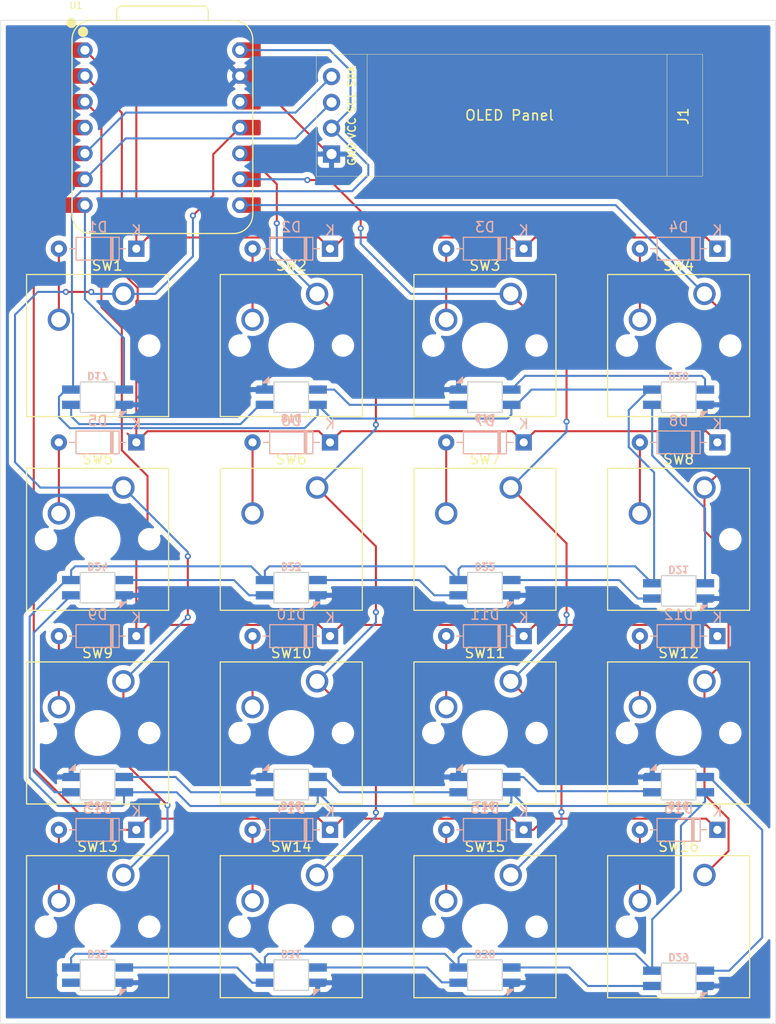
<source format=kicad_pcb>
(kicad_pcb (version 20240108) (generator "pcbnew") (generator_version "8.0")
  (layers (0 "F.Cu" signal) (31 "B.Cu" signal) (34 "B.Paste" user) (35 "F.Paste" user) (36 "B.SilkS" user "B.Silkscreen") (37 "F.SilkS" user "F.Silkscreen") (38 "B.Mask" user) (39 "F.Mask" user) (44 "Edge.Cuts" user))
  (net 0 "")
  (net 1 "ROW1")
  (net 2 "Net-(D1-A)")
  (net 3 "Net-(D2-A)")
  (net 4 "Net-(D3-A)")
  (net 5 "Net-(D4-A)")
  (net 6 "ROW2")
  (net 7 "Net-(D5-A)")
  (net 8 "Net-(D6-A)")
  (net 9 "Net-(D7-A)")
  (net 10 "Net-(D8-A)")
  (net 11 "ROW3")
  (net 12 "Net-(D9-A)")
  (net 13 "Net-(D10-A)")
  (net 14 "Net-(D11-A)")
  (net 15 "Net-(D12-A)")
  (net 16 "ROW4")
  (net 17 "Net-(D13-A)")
  (net 18 "Net-(D14-A)")
  (net 19 "Net-(D15-A)")
  (net 20 "Net-(D16-A)")
  (net 21 "Net-(D17-DOUT)")
  (net 22 "GND")
  (net 23 "LED")
  (net 24 "+5V")
  (net 25 "Net-(D18-DOUT)")
  (net 26 "Net-(D19-DOUT)")
  (net 27 "Net-(D20-DOUT)")
  (net 28 "Net-(D21-DOUT)")
  (net 29 "Net-(D22-DOUT)")
  (net 30 "Net-(D23-DOUT)")
  (net 31 "Net-(D24-DOUT)")
  (net 32 "Net-(D25-DOUT)")
  (net 33 "Net-(D26-DOUT)")
  (net 34 "Net-(D27-DOUT)")
  (net 35 "Net-(D28-DOUT)")
  (net 36 "Net-(D29-DOUT)")
  (net 37 "Net-(D30-DOUT)")
  (net 38 "Net-(D31-DOUT)")
  (net 40 "SCL")
  (net 41 "SDA")
  (net 42 "COL1")
  (net 43 "COL2")
  (net 44 "COL3")
  (net 45 "COL4")
  (footprint "Button_Switch_Keyboard:SW_Cherry_MX_1.00u_PCB" (layer "F.Cu") (at 107.315 99.695)
    (property "Reference" "SW4")
    (property "Value" "SW_Push")
  )
  (footprint "Button_Switch_Keyboard:SW_Cherry_MX_1.00u_PCB" (layer "F.Cu") (at 69.215 156.845)
    (property "Reference" "SW14")
    (property "Value" "SW_Push")
  )
  (footprint "Button_Switch_Keyboard:SW_Cherry_MX_1.00u_PCB" (layer "F.Cu") (at 107.315 118.745)
    (property "Reference" "SW8")
    (property "Value" "SW_Push")
  )
  (footprint "Button_Switch_Keyboard:SW_Cherry_MX_1.00u_PCB" (layer "F.Cu") (at 50.165 118.745)
    (property "Reference" "SW5")
    (property "Value" "SW_Push")
  )
  (footprint "OPL:XIAO-RP2040-DIP" (layer "F.Cu") (at 54 83.34375)
    (property "Reference" "U1")
    (property "Value" "XIAO-RP2040-DIP")
  )
  (footprint "Button_Switch_Keyboard:SW_Cherry_MX_1.00u_PCB" (layer "F.Cu") (at 107.315 156.845)
    (property "Reference" "SW16")
    (property "Value" "SW_Push")
  )
  (footprint "Button_Switch_Keyboard:SW_Cherry_MX_1.00u_PCB" (layer "F.Cu") (at 88.265 118.745)
    (property "Reference" "SW7")
    (property "Value" "SW_Push")
  )
  (footprint "Button_Switch_Keyboard:SW_Cherry_MX_1.00u_PCB" (layer "F.Cu") (at 88.265 99.695)
    (property "Reference" "SW3")
    (property "Value" "SW_Push")
  )
  (footprint "Button_Switch_Keyboard:SW_Cherry_MX_1.00u_PCB" (layer "F.Cu") (at 107.315 137.795)
    (property "Reference" "SW12")
    (property "Value" "SW_Push")
  )
  (footprint "Button_Switch_Keyboard:SW_Cherry_MX_1.00u_PCB" (layer "F.Cu") (at 88.265 156.845)
    (property "Reference" "SW15")
    (property "Value" "SW_Push")
  )
  (footprint "Button_Switch_Keyboard:SW_Cherry_MX_1.00u_PCB" (layer "F.Cu") (at 69.215 99.695)
    (property "Reference" "SW2")
    (property "Value" "SW_Push")
  )
  (footprint "Button_Switch_Keyboard:SW_Cherry_MX_1.00u_PCB" (layer "F.Cu") (at 50.165 137.795)
    (property "Reference" "SW9")
    (property "Value" "SW_Push")
  )
  (footprint "Button_Switch_Keyboard:SW_Cherry_MX_1.00u_PCB" (layer "F.Cu") (at 69.215 118.745)
    (property "Reference" "SW6")
    (property "Value" "SW_Push")
  )
  (footprint "OLED:SSD1306-0.91-OLED-4pin-128x32" (layer "F.Cu") (at 107.135 88.135 180)
    (property "Reference" "J1")
    (property "Value" "Conn_01x04_Pin")
  )
  (footprint "Button_Switch_Keyboard:SW_Cherry_MX_1.00u_PCB" (layer "F.Cu") (at 69.215 137.795)
    (property "Reference" "SW10")
    (property "Value" "SW_Push")
  )
  (footprint "Button_Switch_Keyboard:SW_Cherry_MX_1.00u_PCB" (layer "F.Cu") (at 50.165 99.695)
    (property "Reference" "SW1")
    (property "Value" "SW_Push")
  )
  (footprint "Button_Switch_Keyboard:SW_Cherry_MX_1.00u_PCB" (layer "F.Cu") (at 88.265 137.795)
    (property "Reference" "SW11")
    (property "Value" "SW_Push")
  )
  (footprint "Button_Switch_Keyboard:SW_Cherry_MX_1.00u_PCB" (layer "F.Cu") (at 50.165 156.845)
    (property "Reference" "SW13")
    (property "Value" "SW_Push")
  )
  (footprint "Diode_THT:D_DO-35_SOD27_P7.62mm_Horizontal" (layer "B.Cu") (at 51.435 152.4 180)
    (property "Reference" "D13")
    (property "Value" "D")
  )
  (footprint "Diode_THT:D_DO-35_SOD27_P7.62mm_Horizontal" (layer "B.Cu") (at 108.585 114.3 180)
    (property "Reference" "D8")
    (property "Value" "D")
  )
  (footprint "Reverse Neopixel:SK6812MINI-E" (layer "B.Cu") (at 104.775 147.955 180)
    (property "Reference" "D28")
    (property "Value" "SK6812MINI" (hide yes))
    (fp_line (start 1.7 1.5) (end -1.7 1.5) (stroke (width 0.12)) (layer "Edge.Cuts"))
    (fp_line (start 1.7 -1.5) (end 1.7 1.5) (stroke (width 0.12)) (layer "Edge.Cuts"))
    (fp_line (start -1.7 1.5) (end -1.7 -1.5) (stroke (width 0.12)) (layer "Edge.Cuts"))
    (fp_line (start -1.7 -1.5) (end 1.7 -1.5) (stroke (width 0.12)) (layer "Edge.Cuts"))
  )
  (footprint "Diode_THT:D_DO-35_SOD27_P7.62mm_Horizontal" (layer "B.Cu") (at 51.435 114.3 180)
    (property "Reference" "D5")
    (property "Value" "D")
  )
  (footprint "Reverse Neopixel:SK6812MINI-E" (layer "B.Cu") (at 85.725 147.955 180)
    (property "Reference" "D27")
    (property "Value" "SK6812MINI" (hide yes))
    (fp_line (start 1.7 1.5) (end -1.7 1.5) (stroke (width 0.12)) (layer "Edge.Cuts"))
    (fp_line (start 1.7 -1.5) (end 1.7 1.5) (stroke (width 0.12)) (layer "Edge.Cuts"))
    (fp_line (start -1.7 1.5) (end -1.7 -1.5) (stroke (width 0.12)) (layer "Edge.Cuts"))
    (fp_line (start -1.7 -1.5) (end 1.7 -1.5) (stroke (width 0.12)) (layer "Edge.Cuts"))
  )
  (footprint "Reverse Neopixel:SK6812MINI-E" (layer "B.Cu") (at 47.625 147.955 180)
    (property "Reference" "D25")
    (property "Value" "SK6812MINI" (hide yes))
    (fp_line (start 1.7 1.5) (end -1.7 1.5) (stroke (width 0.12)) (layer "Edge.Cuts"))
    (fp_line (start 1.7 -1.5) (end 1.7 1.5) (stroke (width 0.12)) (layer "Edge.Cuts"))
    (fp_line (start -1.7 1.5) (end -1.7 -1.5) (stroke (width 0.12)) (layer "Edge.Cuts"))
    (fp_line (start -1.7 -1.5) (end 1.7 -1.5) (stroke (width 0.12)) (layer "Edge.Cuts"))
  )
  (footprint "Diode_THT:D_DO-35_SOD27_P7.62mm_Horizontal" (layer "B.Cu") (at 51.435 133.35 180)
    (property "Reference" "D9")
    (property "Value" "D")
  )
  (footprint "Reverse Neopixel:SK6812MINI-E" (layer "B.Cu") (at 47.625 128.5875)
    (property "Reference" "D24")
    (property "Value" "SK6812MINI" (hide yes))
    (fp_line (start -1.7 -1.5) (end 1.7 -1.5) (stroke (width 0.12)) (layer "Edge.Cuts"))
    (fp_line (start -1.7 1.5) (end -1.7 -1.5) (stroke (width 0.12)) (layer "Edge.Cuts"))
    (fp_line (start 1.7 -1.5) (end 1.7 1.5) (stroke (width 0.12)) (layer "Edge.Cuts"))
    (fp_line (start 1.7 1.5) (end -1.7 1.5) (stroke (width 0.12)) (layer "Edge.Cuts"))
  )
  (footprint "Reverse Neopixel:SK6812MINI-E" (layer "B.Cu") (at 85.725 166.6875)
    (property "Reference" "D30")
    (property "Value" "SK6812MINI" (hide yes))
    (fp_line (start -1.7 -1.5) (end 1.7 -1.5) (stroke (width 0.12)) (layer "Edge.Cuts"))
    (fp_line (start -1.7 1.5) (end -1.7 -1.5) (stroke (width 0.12)) (layer "Edge.Cuts"))
    (fp_line (start 1.7 -1.5) (end 1.7 1.5) (stroke (width 0.12)) (layer "Edge.Cuts"))
    (fp_line (start 1.7 1.5) (end -1.7 1.5) (stroke (width 0.12)) (layer "Edge.Cuts"))
  )
  (footprint "Reverse Neopixel:SK6812MINI-E" (layer "B.Cu") (at 104.775 167.005)
    (property "Reference" "D29")
    (property "Value" "SK6812MINI" (hide yes))
    (fp_line (start -1.7 -1.5) (end 1.7 -1.5) (stroke (width 0.12)) (layer "Edge.Cuts"))
    (fp_line (start -1.7 1.5) (end -1.7 -1.5) (stroke (width 0.12)) (layer "Edge.Cuts"))
    (fp_line (start 1.7 -1.5) (end 1.7 1.5) (stroke (width 0.12)) (layer "Edge.Cuts"))
    (fp_line (start 1.7 1.5) (end -1.7 1.5) (stroke (width 0.12)) (layer "Edge.Cuts"))
  )
  (footprint "Diode_THT:D_DO-35_SOD27_P7.62mm_Horizontal" (layer "B.Cu") (at 70.485 114.3 180)
    (property "Reference" "D6")
    (property "Value" "D")
  )
  (footprint "Reverse Neopixel:SK6812MINI-E" (layer "B.Cu") (at 104.775 109.855)
    (property "Reference" "D20")
    (property "Value" "SK6812MINI" (hide yes))
    (fp_line (start -1.7 -1.5) (end 1.7 -1.5) (stroke (width 0.12)) (layer "Edge.Cuts"))
    (fp_line (start -1.7 1.5) (end -1.7 -1.5) (stroke (width 0.12)) (layer "Edge.Cuts"))
    (fp_line (start 1.7 -1.5) (end 1.7 1.5) (stroke (width 0.12)) (layer "Edge.Cuts"))
    (fp_line (start 1.7 1.5) (end -1.7 1.5) (stroke (width 0.12)) (layer "Edge.Cuts"))
  )
  (footprint "Reverse Neopixel:SK6812MINI-E" (layer "B.Cu") (at 66.675 109.855 180)
    (property "Reference" "D18")
    (property "Value" "SK6812MINI" (hide yes))
    (fp_line (start 1.7 1.5) (end -1.7 1.5) (stroke (width 0.12)) (layer "Edge.Cuts"))
    (fp_line (start 1.7 -1.5) (end 1.7 1.5) (stroke (width 0.12)) (layer "Edge.Cuts"))
    (fp_line (start -1.7 1.5) (end -1.7 -1.5) (stroke (width 0.12)) (layer "Edge.Cuts"))
    (fp_line (start -1.7 -1.5) (end 1.7 -1.5) (stroke (width 0.12)) (layer "Edge.Cuts"))
  )
  (footprint "Diode_THT:D_DO-35_SOD27_P7.62mm_Horizontal" (layer "B.Cu") (at 89.535 114.3 180)
    (property "Reference" "D7")
    (property "Value" "D")
  )
  (footprint "Reverse Neopixel:SK6812MINI-E" (layer "B.Cu") (at 85.725 109.855 180)
    (property "Reference" "D19")
    (property "Value" "SK6812MINI" (hide yes))
    (fp_line (start 1.7 1.5) (end -1.7 1.5) (stroke (width 0.12)) (layer "Edge.Cuts"))
    (fp_line (start 1.7 -1.5) (end 1.7 1.5) (stroke (width 0.12)) (layer "Edge.Cuts"))
    (fp_line (start -1.7 1.5) (end -1.7 -1.5) (stroke (width 0.12)) (layer "Edge.Cuts"))
    (fp_line (start -1.7 -1.5) (end 1.7 -1.5) (stroke (width 0.12)) (layer "Edge.Cuts"))
  )
  (footprint "Reverse Neopixel:SK6812MINI-E" (layer "B.Cu") (at 66.675 128.5875)
    (property "Reference" "D23")
    (property "Value" "SK6812MINI" (hide yes))
    (fp_line (start -1.7 -1.5) (end 1.7 -1.5) (stroke (width 0.12)) (layer "Edge.Cuts"))
    (fp_line (start -1.7 1.5) (end -1.7 -1.5) (stroke (width 0.12)) (layer "Edge.Cuts"))
    (fp_line (start 1.7 -1.5) (end 1.7 1.5) (stroke (width 0.12)) (layer "Edge.Cuts"))
    (fp_line (start 1.7 1.5) (end -1.7 1.5) (stroke (width 0.12)) (layer "Edge.Cuts"))
  )
  (footprint "Diode_THT:D_DO-35_SOD27_P7.62mm_Horizontal" (layer "B.Cu") (at 108.585 152.4 180)
    (property "Reference" "D16")
    (property "Value" "D")
  )
  (footprint "Reverse Neopixel:SK6812MINI-E" (layer "B.Cu") (at 85.725 128.5875)
    (property "Reference" "D22")
    (property "Value" "SK6812MINI" (hide yes))
    (fp_line (start -1.7 -1.5) (end 1.7 -1.5) (stroke (width 0.12)) (layer "Edge.Cuts"))
    (fp_line (start -1.7 1.5) (end -1.7 -1.5) (stroke (width 0.12)) (layer "Edge.Cuts"))
    (fp_line (start 1.7 -1.5) (end 1.7 1.5) (stroke (width 0.12)) (layer "Edge.Cuts"))
    (fp_line (start 1.7 1.5) (end -1.7 1.5) (stroke (width 0.12)) (layer "Edge.Cuts"))
  )
  (footprint "Diode_THT:D_DO-35_SOD27_P7.62mm_Horizontal" (layer "B.Cu") (at 108.585 95.25 180)
    (property "Reference" "D4")
    (property "Value" "D")
  )
  (footprint "Reverse Neopixel:SK6812MINI-E" (layer "B.Cu") (at 66.675 166.6875)
    (property "Reference" "D31")
    (property "Value" "SK6812MINI" (hide yes))
    (fp_line (start -1.7 -1.5) (end 1.7 -1.5) (stroke (width 0.12)) (layer "Edge.Cuts"))
    (fp_line (start -1.7 1.5) (end -1.7 -1.5) (stroke (width 0.12)) (layer "Edge.Cuts"))
    (fp_line (start 1.7 -1.5) (end 1.7 1.5) (stroke (width 0.12)) (layer "Edge.Cuts"))
    (fp_line (start 1.7 1.5) (end -1.7 1.5) (stroke (width 0.12)) (layer "Edge.Cuts"))
  )
  (footprint "Diode_THT:D_DO-35_SOD27_P7.62mm_Horizontal" (layer "B.Cu") (at 70.485 133.35 180)
    (property "Reference" "D10")
    (property "Value" "D")
  )
  (footprint "Diode_THT:D_DO-35_SOD27_P7.62mm_Horizontal" (layer "B.Cu") (at 51.435 95.25 180)
    (property "Reference" "D1")
    (property "Value" "D")
  )
  (footprint "Diode_THT:D_DO-35_SOD27_P7.62mm_Horizontal" (layer "B.Cu") (at 89.535 95.25 180)
    (property "Reference" "D3")
    (property "Value" "D")
  )
  (footprint "Diode_THT:D_DO-35_SOD27_P7.62mm_Horizontal" (layer "B.Cu") (at 70.485 95.25 180)
    (property "Reference" "D2")
    (property "Value" "D")
  )
  (footprint "Diode_THT:D_DO-35_SOD27_P7.62mm_Horizontal" (layer "B.Cu") (at 108.585 133.35 180)
    (property "Reference" "D12")
    (property "Value" "D")
  )
  (footprint "Diode_THT:D_DO-35_SOD27_P7.62mm_Horizontal" (layer "B.Cu") (at 70.485 152.4 180)
    (property "Reference" "D14")
    (property "Value" "D")
  )
  (footprint "Reverse Neopixel:SK6812MINI-E" (layer "B.Cu") (at 66.675 147.955 180)
    (property "Reference" "D26")
    (property "Value" "SK6812MINI" (hide yes))
    (fp_line (start 1.7 1.5) (end -1.7 1.5) (stroke (width 0.12)) (layer "Edge.Cuts"))
    (fp_line (start 1.7 -1.5) (end 1.7 1.5) (stroke (width 0.12)) (layer "Edge.Cuts"))
    (fp_line (start -1.7 1.5) (end -1.7 -1.5) (stroke (width 0.12)) (layer "Edge.Cuts"))
    (fp_line (start -1.7 -1.5) (end 1.7 -1.5) (stroke (width 0.12)) (layer "Edge.Cuts"))
  )
  (footprint "Reverse Neopixel:SK6812MINI-E" (layer "B.Cu") (at 104.775 128.905)
    (property "Reference" "D21")
    (property "Value" "SK6812MINI" (hide yes))
    (fp_line (start -1.7 -1.5) (end 1.7 -1.5) (stroke (width 0.12)) (layer "Edge.Cuts"))
    (fp_line (start -1.7 1.5) (end -1.7 -1.5) (stroke (width 0.12)) (layer "Edge.Cuts"))
    (fp_line (start 1.7 -1.5) (end 1.7 1.5) (stroke (width 0.12)) (layer "Edge.Cuts"))
    (fp_line (start 1.7 1.5) (end -1.7 1.5) (stroke (width 0.12)) (layer "Edge.Cuts"))
  )
  (footprint "Reverse Neopixel:SK6812MINI-E" (layer "B.Cu") (at 47.625 166.6875)
    (property "Reference" "D32")
    (property "Value" "SK6812MINI" (hide yes))
    (fp_line (start -1.7 -1.5) (end 1.7 -1.5) (stroke (width 0.12)) (layer "Edge.Cuts"))
    (fp_line (start -1.7 1.5) (end -1.7 -1.5) (stroke (width 0.12)) (layer "Edge.Cuts"))
    (fp_line (start 1.7 -1.5) (end 1.7 1.5) (stroke (width 0.12)) (layer "Edge.Cuts"))
    (fp_line (start 1.7 1.5) (end -1.7 1.5) (stroke (width 0.12)) (layer "Edge.Cuts"))
  )
  (footprint "Diode_THT:D_DO-35_SOD27_P7.62mm_Horizontal" (layer "B.Cu") (at 89.535 152.4 180)
    (property "Reference" "D15")
    (property "Value" "D")
  )
  (footprint "Reverse Neopixel:SK6812MINI-E" (layer "B.Cu") (at 47.625 109.855)
    (property "Reference" "D17")
    (property "Value" "SK6812MINI" (hide yes))
    (fp_line (start -1.7 -1.5) (end 1.7 -1.5) (stroke (width 0.12)) (layer "Edge.Cuts"))
    (fp_line (start -1.7 1.5) (end -1.7 -1.5) (stroke (width 0.12)) (layer "Edge.Cuts"))
    (fp_line (start 1.7 -1.5) (end 1.7 1.5) (stroke (width 0.12)) (layer "Edge.Cuts"))
    (fp_line (start 1.7 1.5) (end -1.7 1.5) (stroke (width 0.12)) (layer "Edge.Cuts"))
  )
  (footprint "Diode_THT:D_DO-35_SOD27_P7.62mm_Horizontal" (layer "B.Cu") (at 89.535 133.35 180)
    (property "Reference" "D11")
    (property "Value" "D")
  )
  (gr_rect (start 38.1 72.779481) (end 114.3 171.45) (stroke (width 0.05)) (fill none) (layer "Edge.Cuts"))
  (gr_text "XIAO HERE\n" (at 48 76 0) (layer "F.Cu") (effects (font (size 1.5 1.5) (thickness 0.3) (bold yes)) (justify left bottom)))
  (gr_text "FULL-SIZE HACKPAD.V1" (at 75.25 79.25 0) (layer "F.Cu") (effects (font (size 1.5 1.5) (thickness 0.3) (bold yes)) (justify left bottom)))
  (segment (start 90.635 94.15) (end 107.485 94.15) (width 0.2) (layer "F.Cu") (net 1))
  (segment (start 51.435 95.25) (end 52.535 94.15) (width 0.2) (layer "F.Cu") (net 1))
  (segment (start 69.385 94.15) (end 70.485 95.25) (width 0.2) (layer "F.Cu") (net 1))
  (segment (start 88.435 94.15) (end 89.535 95.25) (width 0.2) (layer "F.Cu") (net 1))
  (segment (start 70.75 95.25) (end 71.85 94.15) (width 0.2) (layer "F.Cu") (net 1))
  (segment (start 71.85 94.15) (end 88.435 94.15) (width 0.2) (layer "F.Cu") (net 1))
  (segment (start 51.435 80.77875) (end 51.435 95.25) (width 0.2) (layer "F.Cu") (net 1))
  (segment (start 46.38 75.72375) (end 51.435 80.77875) (width 0.2) (layer "F.Cu") (net 1))
  (segment (start 70.485 95.25) (end 70.75 95.25) (width 0.2) (layer "F.Cu") (net 1))
  (segment (start 52.535 94.15) (end 69.385 94.15) (width 0.2) (layer "F.Cu") (net 1))
  (segment (start 89.535 95.25) (end 90.635 94.15) (width 0.2) (layer "F.Cu") (net 1))
  (segment (start 107.485 94.15) (end 108.585 95.25) (width 0.2) (layer "F.Cu") (net 1))
  (segment (start 43.815 95.25) (end 43.815 102.235) (width 0.2) (layer "F.Cu") (net 2))
  (segment (start 62.865 95.25) (end 62.865 102.235) (width 0.2) (layer "F.Cu") (net 3))
  (segment (start 81.915 95.25) (end 81.915 102.235) (width 0.2) (layer "F.Cu") (net 4))
  (segment (start 100.965 95.25) (end 100.965 102.235) (width 0.2) (layer "F.Cu") (net 5))
  (segment (start 88.435 113.2) (end 89.535 114.3) (width 0.2) (layer "F.Cu") (net 6))
  (segment (start 69.385 113.2) (end 70.485 114.3) (width 0.2) (layer "F.Cu") (net 6))
  (segment (start 51.435 114.3) (end 51.435 100.404899) (width 0.2) (layer "F.Cu") (net 6))
  (segment (start 52.535 113.2) (end 69.385 113.2) (width 0.2) (layer "F.Cu") (net 6))
  (segment (start 70.485 114.3) (end 71.585 113.2) (width 0.2) (layer "F.Cu") (net 6))
  (segment (start 51.565 99.115101) (end 50.00625 97.556351) (width 0.2) (layer "F.Cu") (net 6))
  (segment (start 51.565 100.274899) (end 51.565 99.115101) (width 0.2) (layer "F.Cu") (net 6))
  (segment (start 51.435 100.404899) (end 51.565 100.274899) (width 0.2) (layer "F.Cu") (net 6))
  (segment (start 51.435 114.3) (end 52.535 113.2) (width 0.2) (layer "F.Cu") (net 6))
  (segment (start 51.435 114.3) (end 50.565 113.43) (width 0.2) (layer "F.Cu") (net 6))
  (segment (start 50.00625 81.89) (end 46.38 78.26375) (width 0.2) (layer "F.Cu") (net 6))
  (segment (start 107.485 113.2) (end 108.585 114.3) (width 0.2) (layer "F.Cu") (net 6))
  (segment (start 89.535 114.3) (end 90.635 113.2) (width 0.2) (layer "F.Cu") (net 6))
  (segment (start 50.00625 97.556351) (end 50.00625 81.89) (width 0.2) (layer "F.Cu") (net 6))
  (segment (start 90.635 113.2) (end 107.485 113.2) (width 0.2) (layer "F.Cu") (net 6))
  (segment (start 71.585 113.2) (end 88.435 113.2) (width 0.2) (layer "F.Cu") (net 6))
  (segment (start 43.815 114.3) (end 43.815 121.285) (width 0.2) (layer "F.Cu") (net 7))
  (segment (start 62.865 114.3) (end 62.865 121.285) (width 0.2) (layer "F.Cu") (net 8))
  (segment (start 81.915 114.3) (end 81.915 121.285) (width 0.2) (layer "F.Cu") (net 9))
  (segment (start 100.965 114.3) (end 100.965 121.285) (width 0.2) (layer "F.Cu") (net 10))
  (segment (start 71.585 132.25) (end 88.435 132.25) (width 0.2) (layer "F.Cu") (net 11))
  (segment (start 51.435 123.397944) (end 52.535 122.297944) (width 0.2) (layer "F.Cu") (net 11))
  (segment (start 48 82.42375) (end 46.38 80.80375) (width 0.2) (layer "F.Cu") (net 11))
  (segment (start 50.00625 115.07125) (end 50.00625 103.00625) (width 0.2) (layer "F.Cu") (net 11))
  (segment (start 69.385 132.25) (end 70.485 133.35) (width 0.2) (layer "F.Cu") (net 11))
  (segment (start 51.435 133.35) (end 51.435 123.397944) (width 0.2) (layer "F.Cu") (net 11))
  (segment (start 88.435 132.25) (end 89.535 133.35) (width 0.2) (layer "F.Cu") (net 11))
  (segment (start 90.635 132.25) (end 107.485 132.25) (width 0.2) (layer "F.Cu") (net 11))
  (segment (start 70.485 133.35) (end 71.585 132.25) (width 0.2) (layer "F.Cu") (net 11))
  (segment (start 107.485 132.25) (end 108.585 133.35) (width 0.2) (layer "F.Cu") (net 11))
  (segment (start 52.535 132.25) (end 69.385 132.25) (width 0.2) (layer "F.Cu") (net 11))
  (segment (start 50.00625 103.00625) (end 48 101) (width 0.2) (layer "F.Cu") (net 11))
  (segment (start 52.535 122.297944) (end 52.535 117.6) (width 0.2) (layer "F.Cu") (net 11))
  (segment (start 89.535 133.35) (end 90.635 132.25) (width 0.2) (layer "F.Cu") (net 11))
  (segment (start 48 101) (end 48 82.42375) (width 0.2) (layer "F.Cu") (net 11))
  (segment (start 52.535 117.6) (end 50.00625 115.07125) (width 0.2) (layer "F.Cu") (net 11))
  (segment (start 51.435 133.35) (end 52.535 132.25) (width 0.2) (layer "F.Cu") (net 11))
  (segment (start 43.815 140.335) (end 43.815 133.35) (width 0.2) (layer "F.Cu") (net 12))
  (segment (start 62.865 140.335) (end 62.865 133.35) (width 0.2) (layer "F.Cu") (net 13))
  (segment (start 81.915 140.335) (end 81.915 133.35) (width 0.2) (layer "F.Cu") (net 14))
  (segment (start 100.965 133.35) (end 100.965 140.335) (width 0.2) (layer "F.Cu") (net 15))
  (segment (start 41.345 87.54375) (end 45.545 83.34375) (width 0.2) (layer "F.Cu") (net 16))
  (segment (start 70.485 152.4) (end 70.6 152.4) (width 0.2) (layer "F.Cu") (net 16))
  (segment (start 90.4875 152.4) (end 91.5875 151.3) (width 0.2) (layer "F.Cu") (net 16))
  (segment (start 45.545 83.34375) (end 46.38 83.34375) (width 0.2) (layer "F.Cu") (net 16))
  (segment (start 71.7 151.3) (end 88.435 151.3) (width 0.2) (layer "F.Cu") (net 16))
  (segment (start 107.485 151.3) (end 108.585 152.4) (width 0.2) (layer "F.Cu") (net 16))
  (segment (start 41.345 146.345) (end 41.345 87.54375) (width 0.2) (layer "F.Cu") (net 16))
  (segment (start 69.385 151.3) (end 70.485 152.4) (width 0.2) (layer "F.Cu") (net 16))
  (segment (start 91.5875 151.3) (end 107.485 151.3) (width 0.2) (layer "F.Cu") (net 16))
  (segment (start 88.435 151.3) (end 89.535 152.4) (width 0.2) (layer "F.Cu") (net 16))
  (segment (start 70.6 152.4) (end 71.7 151.3) (width 0.2) (layer "F.Cu") (net 16))
  (segment (start 47.4 152.4) (end 41.345 146.345) (width 0.2) (layer "F.Cu") (net 16))
  (segment (start 51.435 152.4) (end 52.535 151.3) (width 0.2) (layer "F.Cu") (net 16))
  (segment (start 51.435 152.4) (end 47.4 152.4) (width 0.2) (layer "F.Cu") (net 16))
  (segment (start 52.535 151.3) (end 69.385 151.3) (width 0.2) (layer "F.Cu") (net 16))
  (segment (start 89.535 152.4) (end 90.4875 152.4) (width 0.2) (layer "F.Cu") (net 16))
  (segment (start 43.815 152.4) (end 43.815 159.385) (width 0.2) (layer "F.Cu") (net 17))
  (segment (start 62.865 152.4) (end 62.865 159.385) (width 0.2) (layer "F.Cu") (net 18))
  (segment (start 81.915 152.4) (end 81.915 159.385) (width 0.2) (layer "F.Cu") (net 19))
  (segment (start 100.965 152.4) (end 100.965 159.385) (width 0.2) (layer "F.Cu") (net 20))
  (segment (start 45.8 112.5) (end 45.025 111.725) (width 0.2) (layer "B.Cu") (net 21))
  (segment (start 61.69 112.5) (end 45.8 112.5) (width 0.2) (layer "B.Cu") (net 21))
  (segment (start 64.075 110.605) (end 63.585 110.605) (width 0.2) (layer "B.Cu") (net 21))
  (segment (start 63.585 110.605) (end 61.69 112.5) (width 0.2) (layer "B.Cu") (net 21))
  (segment (start 45.025 111.725) (end 45.025 110.605) (width 0.2) (layer "B.Cu") (net 21))
  (segment (start 61.62 78.26375) (end 62.69763 78.26375) (width 0.2) (layer "F.Cu") (net 22))
  (segment (start 70.635 85.945) (end 70.13625 85.945) (width 0.2) (layer "F.Cu") (net 22))
  (segment (start 70.37888 85.945) (end 70.635 85.945) (width 0.2) (layer "F.Cu") (net 22))
  (segment (start 62.69763 78.26375) (end 70.37888 85.945) (width 0.2) (layer "F.Cu") (net 22))
  (segment (start 46.38 100.206598) (end 46.38 90.96375) (width 0.2) (layer "B.Cu") (net 23))
  (segment (start 50.225 109.105) (end 50.225 104.051598) (width 0.2) (layer "B.Cu") (net 23))
  (segment (start 50.225 104.051598) (end 46.38 100.206598) (width 0.2) (layer "B.Cu") (net 23))
  (segment (start 100.5075 126.4875) (end 102.175 128.155) (width 0.2) (layer "B.Cu") (net 24))
  (segment (start 106.945 150.055) (end 107.375 149.625) (width 0.2) (layer "B.Cu") (net 24))
  (segment (start 72.5 81.54) (end 70.635 83.405) (width 0.2) (layer "B.Cu") (net 24))
  (segment (start 101.895 109.105) (end 102.175 109.105) (width 0.2) (layer "B.Cu") (net 24))
  (segment (start 83.125 165.9375) (end 83.125 164.975) (width 0.2) (layer "B.Cu") (net 24))
  (segment (start 45.1 90.5) (end 45.1 101.540101) (width 0.2) (layer "B.Cu") (net 24))
  (segment (start 50.045 150.055) (end 43.755 150.055) (width 0.2) (layer "B.Cu") (net 24))
  (segment (start 83.4125 126.4875) (end 100.5075 126.4875) (width 0.2) (layer "B.Cu") (net 24))
  (segment (start 50.225 148.705) (end 50.225 149.875) (width 0.2) (layer "B.Cu") (net 24))
  (segment (start 87.945 150.055) (end 88.325 149.675) (width 0.2) (layer "B.Cu") (net 24))
  (segment (start 45.4125 164.5875) (end 62.725 164.5875) (width 0.2) (layer "B.Cu") (net 24))
  (segment (start 45.025 109.105) (end 44.535 109.105) (width 0.2) (layer "B.Cu") (net 24))
  (segment (start 45.025 126.875) (end 45.4125 126.4875) (width 0.2) (layer "B.Cu") (net 24))
  (segment (start 44.535 109.105) (end 43.825 109.815) (width 0.2) (layer "B.Cu") (net 24))
  (segment (start 64.075 127.8375) (end 64.075 126.925) (width 0.2) (layer "B.Cu") (net 24))
  (segment (start 70.625 150.055) (end 87.945 150.055) (width 0.2) (layer "B.Cu") (net 24))
  (segment (start 74.25 88) (end 72.65 89.6) (width 0.2) (layer "B.Cu") (net 24))
  (segment (start 83.125 127.8375) (end 83.125 126.775) (width 0.2) (layer "B.Cu") (net 24))
  (segment (start 107.375 149.625) (end 107.375 148.705) (width 0.2) (layer "B.Cu") (net 24))
  (segment (start 43.825 111.825) (end 44.9 112.9) (width 0.2) (layer "B.Cu") (net 24))
  (segment (start 45.025 127.8375) (end 45.025 126.875) (width 0.2) (layer "B.Cu") (net 24))
  (segment (start 102.175 161.201598) (end 105 158.376598) (width 0.2) (layer "B.Cu") (net 24))
  (segment (start 55.398529 148.705) (end 56.748529 150.055) (width 0.2) (layer "B.Cu") (net 24))
  (segment (start 88.325 110.605) (end 88.815 110.605) (width 0.2) (layer "B.Cu") (net 24))
  (segment (start 45.4125 126.4875) (end 62.725 126.4875) (width 0.2) (layer "B.Cu") (net 24))
  (segment (start 64.075 164.925) (end 64.075 165.9375) (width 0.2) (layer "B.Cu") (net 24))
  (segment (start 87.945 111.955) (end 88.325 111.575) (width 0.2) (layer "B.Cu") (net 24))
  (segment (start 99.865 114.755635) (end 99.865 111.135) (width 0.2) (layer "B.Cu") (net 24))
  (segment (start 100.5075 164.5875) (end 102.175 166.255) (width 0.2) (layer "B.Cu") (net 24))
  (segment (start 83.125 164.975) (end 83.5125 164.5875) (width 0.2) (layer "B.Cu") (net 24))
  (segment (start 70.625 111.955) (end 87.945 111.955) (width 0.2) (layer "B.Cu") (net 24))
  (segment (start 102.175 166.255) (end 102.175 161.201598) (width 0.2) (layer "B.Cu") (net 24))
  (segment (start 102.365 127.965) (end 102.365 117.255635) (width 0.2) (layer "B.Cu") (net 24))
  (segment (start 69.275 110.605) (end 70.625 111.955) (width 0.2) (layer "B.Cu") (net 24))
  (segment (start 45.215 101.655101) (end 45.215 108.915) (width 0.2) (layer "B.Cu") (net 24))
  (segment (start 56.748529 150.055) (end 68.945 150.055) (width 0.2) (layer "B.Cu") (net 24))
  (segment (start 45.025 165.9375) (end 45.025 164.975) (width 0.2) (layer "B.Cu") (net 24))
  (segment (start 64.4125 164.5875) (end 64.075 164.925) (width 0.2) (layer "B.Cu") (net 24))
  (segment (start 88.325 149.675) (end 88.325 148.705) (width 0.2) (layer "B.Cu") (net 24))
  (segment (start 70.635 83.405) (end 74.25 87.02) (width 0.2) (layer "B.Cu") (net 24))
  (segment (start 62.725 164.5875) (end 64.075 165.9375) (width 0.2) (layer "B.Cu") (net 24))
  (segment (start 68 112.9) (end 69.275 111.625) (width 0.2) (layer "B.Cu") (net 24))
  (segment (start 50.225 148.705) (end 55.398529 148.705) (width 0.2) (layer "B.Cu") (net 24))
  (segment (start 40.945 131.4275) (end 44.535 127.8375) (width 0.2) (layer "B.Cu") (net 24))
  (segment (start 102.175 128.155) (end 102.365 127.965) (width 0.2) (layer "B.Cu") (net 24))
  (segment (start 88.815 110.605) (end 90.315 109.105) (width 0.2) (layer "B.Cu") (net 24))
  (segment (start 102.365 117.255635) (end 99.865 114.755635) (width 0.2) (layer "B.Cu") (net 24))
  (segment (start 69.275 149.725) (end 69.275 148.705) (width 0.2) (layer "B.Cu") (net 24))
  (segment (start 43.755 150.055) (end 40.945 147.245) (width 0.2) (layer "B.Cu") (net 24))
  (segment (start 61.62 75.72375) (end 70.47375 75.72375) (width 0.2) (layer "B.Cu") (net 24))
  (segment (start 70.47375 75.72375) (end 72.5 77.75) (width 0.2) (layer "B.Cu") (net 24))
  (segment (start 45.1 101.540101) (end 45.215 101.655101) (width 0.2) (layer "B.Cu") (net 24))
  (segment (start 62.725 126.4875) (end 64.075 127.8375) (width 0.2) (layer "B.Cu") (net 24))
  (segment (start 83.5125 164.5875) (end 100.5075 164.5875) (width 0.2) (layer "B.Cu") (net 24))
  (segment (start 83.125 126.775) (end 83.4125 126.4875) (width 0.2) (layer "B.Cu") (net 24))
  (segment (start 44.9 112.9) (end 68 112.9) (width 0.2) (layer "B.Cu") (net 24))
  (segment (start 88.325 111.575) (end 88.325 110.605) (width 0.2) (layer "B.Cu") (net 24))
  (segment (start 40.945 147.245) (end 40.945 131.4275) (width 0.2) (layer "B.Cu") (net 24))
  (segment (start 46 89.6) (end 45.1 90.5) (width 0.2) (layer "B.Cu") (net 24))
  (segment (start 105 158.376598) (end 105 152) (width 0.2) (layer "B.Cu") (net 24))
  (segment (start 105 152) (end 107.375 149.625) (width 0.2) (layer "B.Cu") (net 24))
  (segment (start 90.315 109.105) (end 102.175 109.105) (width 0.2) (layer "B.Cu") (net 24))
  (segment (start 72.5 77.75) (end 72.5 81.54) (width 0.2) (layer "B.Cu") (net 24))
  (segment (start 69.275 111.625) (end 69.275 110.605) (width 0.2) (layer "B.Cu") (net 24))
  (segment (start 68.945 150.055) (end 69.275 149.725) (width 0.2) (layer "B.Cu") (net 24))
  (segment (start 74.25 87.02) (end 74.25 88) (width 0.2) (layer "B.Cu") (net 24))
  (segment (start 81.775 126.4875) (end 83.125 127.8375) (width 0.2) (layer "B.Cu") (net 24))
  (segment (start 45.025 164.975) (end 45.4125 164.5875) (width 0.2) (layer "B.Cu") (net 24))
  (segment (start 45.215 108.915) (end 45.025 109.105) (width 0.2) (layer "B.Cu") (net 24))
  (segment (start 64.075 126.925) (end 64.5125 126.4875) (width 0.2) (layer "B.Cu") (net 24))
  (segment (start 69.275 148.705) (end 70.625 150.055) (width 0.2) (layer "B.Cu") (net 24))
  (segment (start 81.775 164.5875) (end 64.4125 164.5875) (width 0.2) (layer "B.Cu") (net 24))
  (segment (start 88.325 148.705) (end 89.675 150.055) (width 0.2) (layer "B.Cu") (net 24))
  (segment (start 72.65 89.6) (end 46 89.6) (width 0.2) (layer "B.Cu") (net 24))
  (segment (start 83.125 165.9375) (end 81.775 164.5875) (width 0.2) (layer "B.Cu") (net 24))
  (segment (start 89.675 150.055) (end 106.945 150.055) (width 0.2) (layer "B.Cu") (net 24))
  (segment (start 43.825 109.815) (end 43.825 111.825) (width 0.2) (layer "B.Cu") (net 24))
  (segment (start 64.5125 126.4875) (end 81.775 126.4875) (width 0.2) (layer "B.Cu") (net 24))
  (segment (start 99.865 111.135) (end 101.895 109.105) (width 0.2) (layer "B.Cu") (net 24))
  (segment (start 50.225 149.875) (end 50.045 150.055) (width 0.2) (layer "B.Cu") (net 24))
  (segment (start 44.535 127.8375) (end 45.025 127.8375) (width 0.2) (layer "B.Cu") (net 24))
  (segment (start 83.125 110.605) (end 72.405 110.605) (width 0.2) (layer "B.Cu") (net 25))
  (segment (start 70.905 109.105) (end 69.275 109.105) (width 0.2) (layer "B.Cu") (net 25))
  (segment (start 72.405 110.605) (end 70.905 109.105) (width 0.2) (layer "B.Cu") (net 25))
  (segment (start 107.055 107.755) (end 89.675 107.755) (width 0.2) (layer "B.Cu") (net 26))
  (segment (start 89.675 107.755) (end 88.325 109.105) (width 0.2) (layer "B.Cu") (net 26))
  (segment (start 107.375 109.105) (end 107.375 108.075) (width 0.2) (layer "B.Cu") (net 26))
  (segment (start 107.375 108.075) (end 107.055 107.755) (width 0.2) (layer "B.Cu") (net 26))
  (segment (start 107.375 120.784899) (end 102.175 115.584899) (width 0.2) (layer "B.Cu") (net 27))
  (segment (start 102.175 115.584899) (end 102.175 110.605) (width 0.2) (layer "B.Cu") (net 27))
  (segment (start 107.375 128.155) (end 107.375 120.784899) (width 0.2) (layer "B.Cu") (net 27))
  (segment (start 98.9375 127.8375) (end 100.755 129.655) (width 0.2) (layer "B.Cu") (net 28))
  (segment (start 100.755 129.655) (end 102.175 129.655) (width 0.2) (layer "B.Cu") (net 28))
  (segment (start 88.325 127.8375) (end 98.9375 127.8375) (width 0.2) (layer "B.Cu") (net 28))
  (segment (start 69.275 127.8375) (end 79.25125 127.8375) (width 0.2) (layer "B.Cu") (net 29))
  (segment (start 80.75125 129.3375) (end 83.125 129.3375) (width 0.2) (layer "B.Cu") (net 29))
  (segment (start 79.25125 127.8375) (end 80.75125 129.3375) (width 0.2) (layer "B.Cu") (net 29))
  (segment (start 62.5375 129.3375) (end 64.075 129.3375) (width 0.2) (layer "B.Cu") (net 30))
  (segment (start 50.225 127.8375) (end 61.0375 127.8375) (width 0.2) (layer "B.Cu") (net 30))
  (segment (start 61.0375 127.8375) (end 62.5375 129.3375) (width 0.2) (layer "B.Cu") (net 30))
  (segment (start 41.345 133.0175) (end 45.025 129.3375) (width 0.2) (layer "B.Cu") (net 31))
  (segment (start 45.025 148.705) (end 43.405 148.705) (width 0.2) (layer "B.Cu") (net 31))
  (segment (start 41.345 146.645) (end 41.345 133.0175) (width 0.2) (layer "B.Cu") (net 31))
  (segment (start 43.405 148.705) (end 41.345 146.645) (width 0.2) (layer "B.Cu") (net 31))
  (segment (start 55.305 147.205) (end 50.225 147.205) (width 0.2) (layer "B.Cu") (net 32))
  (segment (start 56.805 148.705) (end 55.305 147.205) (width 0.2) (layer "B.Cu") (net 32))
  (segment (start 64.075 148.705) (end 56.805 148.705) (width 0.2) (layer "B.Cu") (net 32))
  (segment (start 83.125 148.705) (end 71.405 148.705) (width 0.2) (layer "B.Cu") (net 33))
  (segment (start 69.905 147.205) (end 69.275 147.205) (width 0.2) (layer "B.Cu") (net 33))
  (segment (start 71.405 148.705) (end 69.905 147.205) (width 0.2) (layer "B.Cu") (net 33))
  (segment (start 89.505 147.205) (end 88.325 147.205) (width 0.2) (layer "B.Cu") (net 34))
  (segment (start 101.685 148.705) (end 101.58 148.6) (width 0.2) (layer "B.Cu") (net 34))
  (segment (start 90.9 148.6) (end 89.505 147.205) (width 0.2) (layer "B.Cu") (net 34))
  (segment (start 102.175 148.705) (end 101.685 148.705) (width 0.2) (layer "B.Cu") (net 34))
  (segment (start 101.58 148.6) (end 90.9 148.6) (width 0.2) (layer "B.Cu") (net 34))
  (segment (start 107.785 147.205) (end 107.375 147.205) (width 0.2) (layer "B.Cu") (net 35))
  (segment (start 109.745 166.255) (end 113 163) (width 0.2) (layer "B.Cu") (net 35))
  (segment (start 107.375 166.255) (end 109.745 166.255) (width 0.2) (layer "B.Cu") (net 35))
  (segment (start 113 152.42) (end 107.785 147.205) (width 0.2) (layer "B.Cu") (net 35))
  (segment (start 113 163) (end 113 152.42) (width 0.2) (layer "B.Cu") (net 35))
  (segment (start 95.855 167.755) (end 102.175 167.755) (width 0.2) (layer "B.Cu") (net 36))
  (segment (start 88.325 165.9375) (end 94.0375 165.9375) (width 0.2) (layer "B.Cu") (net 36))
  (segment (start 94.0375 165.9375) (end 95.855 167.755) (width 0.2) (layer "B.Cu") (net 36))
  (segment (start 81.5 167.4) (end 83.0875 167.4) (width 0.2) (layer "B.Cu") (net 37))
  (segment (start 83.0875 167.4) (end 83.125 167.4375) (width 0.2) (layer "B.Cu") (net 37))
  (segment (start 80.0375 165.9375) (end 81.5 167.4) (width 0.2) (layer "B.Cu") (net 37))
  (segment (start 69.275 165.9375) (end 80.0375 165.9375) (width 0.2) (layer "B.Cu") (net 37))
  (segment (start 50.225 165.9375) (end 61.3375 165.9375) (width 0.2) (layer "B.Cu") (net 38))
  (segment (start 61.3375 165.9375) (end 62.8375 167.4375) (width 0.2) (layer "B.Cu") (net 38))
  (segment (start 62.8375 167.4375) (end 64.075 167.4375) (width 0.2) (layer "B.Cu") (net 38))
  (segment (start 67.09425 84.40575) (end 50.398 84.40575) (width 0.2) (layer "B.Cu") (net 40))
  (segment (start 46.38 88.42375) (end 50.398 84.40575) (width 0.2) (layer "B.Cu") (net 40))
  (segment (start 70.635 80.865) (end 67.09425 84.40575) (width 0.2) (layer "B.Cu") (net 40))
  (segment (start 67.09425 81.86575) (end 50.398 81.86575) (width 0.2) (layer "B.Cu") (net 41))
  (segment (start 50.398 81.86575) (end 46.38 85.88375) (width 0.2) (layer "B.Cu") (net 41))
  (segment (start 70.635 78.325) (end 67.09425 81.86575) (width 0.2) (layer "B.Cu") (net 41))
  (segment (start 59 85.96375) (end 61.62 83.34375) (width 0.2) (layer "F.Cu") (net 42))
  (segment (start 44.5 99.5) (end 47 99.5) (width 0.2) (layer "F.Cu") (net 42))
  (segment (start 50.165 137.795) (end 50.165 145.665) (width 0.2) (layer "F.Cu") (net 42))
  (segment (start 50.165 145.665) (end 54.5 150) (width 0.2) (layer "F.Cu") (net 42))
  (segment (start 56.5 125.5) (end 56.5 131.5) (width 0.2) (layer "F.Cu") (net 42))
  (segment (start 59 90) (end 59 85.96375) (width 0.2) (layer "F.Cu") (net 42))
  (segment (start 57 92) (end 59 90) (width 0.2) (layer "F.Cu") (net 42))
  (via (at 47 99.5) (size 0.6) (drill 0.3) (layers "F.Cu" "B.Cu") (net 42))
  (via (at 56.5 131.5) (size 0.6) (drill 0.3) (layers "F.Cu" "B.Cu") (net 42))
  (via (at 54.5 150) (size 0.6) (drill 0.3) (layers "F.Cu" "B.Cu") (net 42))
  (via (at 57 92) (size 0.6) (drill 0.3) (layers "F.Cu" "B.Cu") (net 42))
  (via (at 56.5 125.5) (size 0.6) (drill 0.3) (layers "F.Cu" "B.Cu") (net 42))
  (via (at 44.5 99.5) (size 0.6) (drill 0.3) (layers "F.Cu" "B.Cu") (net 42))
  (segment (start 56.46 131.5) (end 50.165 137.795) (width 0.2) (layer "B.Cu") (net 42))
  (segment (start 56.5 131.5) (end 56.46 131.5) (width 0.2) (layer "B.Cu") (net 42))
  (segment (start 39.5 116.25) (end 39.5 101.75) (width 0.2) (layer "B.Cu") (net 42))
  (segment (start 41.75 99.5) (end 44.5 99.5) (width 0.2) (layer "B.Cu") (net 42))
  (segment (start 47.195 99.695) (end 50.165 99.695) (width 0.2) (layer "B.Cu") (net 42))
  (segment (start 50.165 118.745) (end 41.995 118.745) (width 0.2) (layer "B.Cu") (net 42))
  (segment (start 50.165 99.695) (end 53.305 99.695) (width 0.2) (layer "B.Cu") (net 42))
  (segment (start 57 96) (end 57 92) (width 0.2) (layer "B.Cu") (net 42))
  (segment (start 54.5 150) (end 54.5 152.51) (width 0.2) (layer "B.Cu") (net 42))
  (segment (start 56.5 125.08) (end 56.5 125.5) (width 0.2) (layer "B.Cu") (net 42))
  (segment (start 50.165 118.745) (end 56.5 125.08) (width 0.2) (layer "B.Cu") (net 42))
  (segment (start 41.995 118.745) (end 39.5 116.25) (width 0.2) (layer "B.Cu") (net 42))
  (segment (start 47 99.5) (end 47.195 99.695) (width 0.2) (layer "B.Cu") (net 42))
  (segment (start 54.5 152.51) (end 50.165 156.845) (width 0.2) (layer "B.Cu") (net 42))
  (segment (start 39.5 101.75) (end 41.75 99.5) (width 0.2) (layer "B.Cu") (net 42))
  (segment (start 53.305 99.695) (end 57 96) (width 0.2) (layer "B.Cu") (net 42))
  (segment (start 69.215 137.795) (end 75 143.58) (width 0.2) (layer "F.Cu") (net 43))
  (segment (start 75 105.5) (end 71 101.5) (width 0.2) (layer "F.Cu") (net 43))
  (segment (start 75 112.555) (end 75 105.5) (width 0.2) (layer "F.Cu") (net 43))
  (segment (start 62.232214 85.88375) (end 61.62 85.88375) (width 0.2) (layer "F.Cu") (net 43))
  (segment (start 65.25 92.75) (end 65.25 88.901536) (width 0.2) (layer "F.Cu") (net 43))
  (segment (start 71 101.48) (end 69.215 99.695) (width 0.2) (layer "F.Cu") (net 43))
  (segment (start 75 125) (end 75 131) (width 0.2) (layer "F.Cu") (net 43))
  (segment (start 75 143.58) (end 75 146) (width 0.2) (layer "F.Cu") (net 43))
  (segment (start 75 124.53) (end 75 125) (width 0.2) (layer "F.Cu") (net 43))
  (segment (start 71 101.5) (end 71 101.48) (width 0.2) (layer "F.Cu") (net 43))
  (segment (start 65.25 88.901536) (end 62.232214 85.88375) (width 0.2) (layer "F.Cu") (net 43))
  (segment (start 75 146) (end 75 150.7) (width 0.2) (layer "F.Cu") (net 43))
  (segment (start 69.215 118.745) (end 75 124.53) (width 0.2) (layer "F.Cu") (net 43))
  (via (at 75 150.7) (size 0.6) (drill 0.3) (layers "F.Cu" "B.Cu") (net 43))
  (via (at 75 131) (size 0.6) (drill 0.3) (layers "F.Cu" "B.Cu") (net 43))
  (via (at 75 112.555) (size 0.6) (drill 0.3) (layers "F.Cu" "B.Cu") (net 43))
  (via (at 65.25 92.75) (size 0.6) (drill 0.3) (layers "F.Cu" "B.Cu") (net 43))
  (segment (start 65.27 95.75) (end 69.215 99.695) (width 0.2) (layer "B.Cu") (net 43))
  (segment (start 65.25 95.75) (end 65.27 95.75) (width 0.2) (layer "B.Cu") (net 43))
  (segment (start 75 150.7) (end 75 151.06) (width 0.2) (layer "B.Cu") (net 43))
  (segment (start 65.25 92.75) (end 65.25 95.75) (width 0.2) (layer "B.Cu") (net 43))
  (segment (start 75 131) (end 75 132.01) (width 0.2) (layer "B.Cu") (net 43))
  (segment (start 75 132.01) (end 69.215 137.795) (width 0.2) (layer "B.Cu") (net 43))
  (segment (start 75 151.06) (end 69.215 156.845) (width 0.2) (layer "B.Cu") (net 43))
  (segment (start 69.215 118.745) (end 75 112.96) (width 0.2) (layer "B.Cu") (net 43))
  (segment (start 75 112.96) (end 75 112.555) (width 0.2) (layer "B.Cu") (net 43))
  (segment (start 93.75 105.25) (end 93.75 112.25) (width 0.2) (layer "F.Cu") (net 44))
  (segment (start 93.75 124.25) (end 93.75 131.25) (width 0.2) (layer "F.Cu") (net 44))
  (segment (start 93.75 105.18) (end 93.75 105.25) (width 0.2) (layer "F.Cu") (net 44))
  (segment (start 88.265 137.795) (end 93.25 142.78) (width 0.2) (layer "F.Cu") (net 44))
  (segment (start 73.5 91.56375) (end 70.43625 88.5) (width 0.2) (layer "F.Cu") (net 44))
  (segment (start 88.265 118.745) (end 93.75 124.23) (width 0.2) (layer "F.Cu") (net 44))
  (segment (start 93.25 144.25) (end 93.25 150.655) (width 0.2) (layer "F.Cu") (net 44))
  (segment (start 93.75 124.23) (end 93.75 124.25) (width 0.2) (layer "F.Cu") (net 44))
  (segment (start 93.25 142.78) (end 93.25 144.25) (width 0.2) (layer "F.Cu") (net 44))
  (segment (start 73.5 93.25) (end 73.5 91.56375) (width 0.2) (layer "F.Cu") (net 44))
  (segment (start 88.265 99.695) (end 93.75 105.18) (width 0.2) (layer "F.Cu") (net 44))
  (segment (start 70.43625 88.5) (end 68.25 88.5) (width 0.2) (layer "F.Cu") (net 44))
  (via (at 73.5 93.25) (size 0.6) (drill 0.3) (layers "F.Cu" "B.Cu") (net 44))
  (via (at 93.75 112.25) (size 0.6) (drill 0.3) (layers "F.Cu" "B.Cu") (net 44))
  (via (at 93.75 131.25) (size 0.6) (drill 0.3) (layers "F.Cu" "B.Cu") (net 44))
  (via (at 93.25 150.655) (size 0.6) (drill 0.3) (layers "F.Cu" "B.Cu") (net 44))
  (via (at 68.25 88.5) (size 0.6) (drill 0.3) (layers "F.Cu" "B.Cu") (net 44))
  (segment (start 93.75 112.25) (end 93.75 113.26) (width 0.2) (layer "B.Cu") (net 44))
  (segment (start 61.62 88.42375) (end 68.17375 88.42375) (width 0.2) (layer "B.Cu") (net 44))
  (segment (start 93.25 151.86) (end 88.265 156.845) (width 0.2) (layer "B.Cu") (net 44))
  (segment (start 93.75 113.26) (end 88.265 118.745) (width 0.2) (layer "B.Cu") (net 44))
  (segment (start 78.445 99.695) (end 88.265 99.695) (width 0.2) (layer "B.Cu") (net 44))
  (segment (start 93.75 132.31) (end 88.265 137.795) (width 0.2) (layer "B.Cu") (net 44))
  (segment (start 93.75 131.25) (end 93.75 132.31) (width 0.2) (layer "B.Cu") (net 44))
  (segment (start 93.25 150.655) (end 93.25 151.86) (width 0.2) (layer "B.Cu") (net 44))
  (segment (start 73.5 94.75) (end 78.445 99.695) (width 0.2) (layer "B.Cu") (net 44))
  (segment (start 68.17375 88.42375) (end 68.25 88.5) (width 0.2) (layer "B.Cu") (net 44))
  (segment (start 73.5 93.25) (end 73.5 94.75) (width 0.2) (layer "B.Cu") (net 44))
  (segment (start 107.315 122.982056) (end 109.685 125.352056) (width 0.2) (layer "F.Cu") (net 45))
  (segment (start 107.315 148.93) (end 109.685 151.3) (width 0.2) (layer "F.Cu") (net 45))
  (segment (start 107.315 118.745) (end 107.315 122.982056) (width 0.2) (layer "F.Cu") (net 45))
  (segment (start 107.315 137.795) (end 107.315 148.93) (width 0.2) (layer "F.Cu") (net 45))
  (segment (start 109.685 151.3) (end 109.685 154.475) (width 0.2) (layer "F.Cu") (net 45))
  (segment (start 109.685 135.425) (end 107.315 137.795) (width 0.2) (layer "F.Cu") (net 45))
  (segment (start 111.055 115.005) (end 107.315 118.745) (width 0.2) (layer "F.Cu") (net 45))
  (segment (start 109.685 154.475) (end 107.315 156.845) (width 0.2) (layer "F.Cu") (net 45))
  (segment (start 109.685 125.352056) (end 109.685 135.425) (width 0.2) (layer "F.Cu") (net 45))
  (segment (start 111.055 103.435) (end 111.055 115.005) (width 0.2) (layer "F.Cu") (net 45))
  (segment (start 107.315 99.695) (end 111.055 103.435) (width 0.2) (layer "F.Cu") (net 45))
  (segment (start 98.58375 90.96375) (end 61.62 90.96375) (width 0.2) (layer "B.Cu") (net 45))
  (segment (start 107.315 99.695) (end 98.58375 90.96375) (width 0.2) (layer "B.Cu") (net 45))
  (zone (net 22) (net_name "GND") (layer "B.Cu") (connect_pads (clearance 0.5)) (min_thickness 0.25) (fill yes (thermal_gap 0.5) (thermal_bridge_width 0.5))
    (polygon (pts (xy 38.1 171.45) (xy 114.3 171.45) (xy 114.272771 72.874392) (xy 38.17745 72.824689) (xy 38.1 73.81875)))
  )
)
</source>
